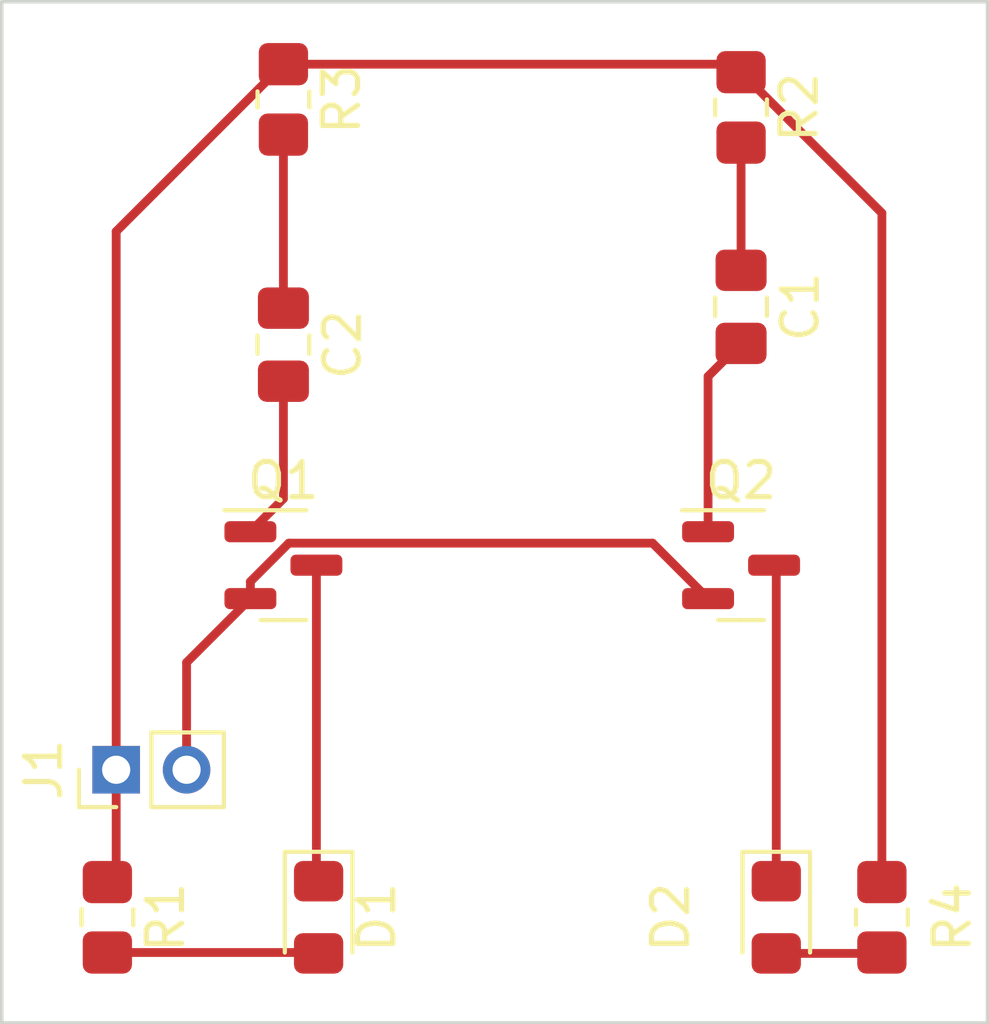
<source format=kicad_pcb>
(kicad_pcb (version 20211014) (generator pcbnew)
  (layers (0 "F.Cu" signal) (31 "B.Cu" signal) (34 "B.Paste" user) (35 "F.Paste" user) (36 "B.SilkS" user "B.Silkscreen") (37 "F.SilkS" user "F.Silkscreen") (38 "B.Mask" user) (39 "F.Mask" user) (44 "Edge.Cuts" user))
  (net 0 "")
  (net 1 "Net-(C1-Pad1)")
  (net 2 "Net-(Q2-Pad1)")
  (net 3 "Net-(C2-Pad1)")
  (net 4 "Net-(C2-Pad2)")
  (net 5 "Net-(Q1-Pad3)")
  (net 6 "Net-(R1-Pad2)")
  (net 7 "Net-(Q2-Pad3)")
  (net 8 "Net-(R4-Pad2)")
  (net 9 "Net-(Q1-Pad2)")
  (net 10 "Net-(R1-Pad1)")
  (footprint "LED_SMD:LED_0805_2012Metric_Pad1.15x1.40mm_HandSolder" (layer "F.Cu") (at 26 59 -90)
    (fp_text reference "D1" (at 0 -1.65 90) (layer "F.SilkS"))
    (fp_text value "LED")
    (fp_line (start 1 -0.96) (end -1.86 -0.96) (layer "F.SilkS") (width 0.12))
    (fp_line (start -1.86 -0.96) (end -1.86 0.96) (layer "F.SilkS") (width 0.12))
    (fp_line (start -1.86 0.96) (end 1 0.96) (layer "F.SilkS") (width 0.12))
    (pad "1" smd roundrect (at -1.025 0 270) (size 1.15 1.4) (layers "F.Cu" "F.Paste" "F.Mask") (roundrect_rratio 0.2173913043) (net 5 "Net-(Q1-Pad3)"))
    (pad "2" smd roundrect (at 1.025 0 270) (size 1.15 1.4) (layers "F.Cu" "F.Paste" "F.Mask") (roundrect_rratio 0.2173913043) (net 6 "Net-(R1-Pad2)"))
  )
  (footprint "Resistor_SMD:R_0805_2012Metric_Pad1.20x1.40mm_HandSolder" (layer "F.Cu") (at 25 35.772936 -90)
    (fp_text reference "R3" (at 0 -1.65 90) (layer "F.SilkS"))
    (fp_text value "47k")
    (fp_line (start -0.227064 0.735) (end 0.227064 0.735) (layer "F.SilkS") (width 0.12))
    (fp_line (start -0.227064 -0.735) (end 0.227064 -0.735) (layer "F.SilkS") (width 0.12))
    (pad "1" smd roundrect (at -1 0 270) (size 1.2 1.4) (layers "F.Cu" "F.Paste" "F.Mask") (roundrect_rratio 0.2083333333) (net 10 "Net-(R1-Pad1)"))
    (pad "2" smd roundrect (at 1 0 270) (size 1.2 1.4) (layers "F.Cu" "F.Paste" "F.Mask") (roundrect_rratio 0.2083333333) (net 3 "Net-(C2-Pad1)"))
  )
  (footprint "Package_TO_SOT_SMD:SOT-23" (layer "F.Cu") (at 38 49)
    (fp_text reference "Q2" (at 0 -2.4) (layer "F.SilkS"))
    (fp_text value "BC817")
    (fp_line (start 0 -1.56) (end -1.675 -1.56) (layer "F.SilkS") (width 0.12))
    (fp_line (start 0 1.56) (end -0.65 1.56) (layer "F.SilkS") (width 0.12))
    (fp_line (start 0 1.56) (end 0.65 1.56) (layer "F.SilkS") (width 0.12))
    (fp_line (start 0 -1.56) (end 0.65 -1.56) (layer "F.SilkS") (width 0.12))
    (pad "1" smd roundrect (at -0.9375 -0.95) (size 1.475 0.6) (layers "F.Cu" "F.Paste" "F.Mask") (net 2 "Net-(Q2-Pad1)"))
    (pad "2" smd roundrect (at -0.9375 0.95) (size 1.475 0.6) (layers "F.Cu" "F.Paste" "F.Mask") (net 9 "Net-(Q1-Pad2)"))
    (pad "3" smd roundrect (at 0.9375 0) (size 1.475 0.6) (layers "F.Cu" "F.Paste" "F.Mask") (net 7 "Net-(Q2-Pad3)"))
  )
  (footprint "Resistor_SMD:R_0805_2012Metric_Pad1.20x1.40mm_HandSolder" (layer "F.Cu") (at 38 36 -90)
    (fp_text reference "R2" (at 0 -1.65 90) (layer "F.SilkS"))
    (fp_text value "47k")
    (fp_line (start -0.227064 -0.735) (end 0.227064 -0.735) (layer "F.SilkS") (width 0.12))
    (fp_line (start -0.227064 0.735) (end 0.227064 0.735) (layer "F.SilkS") (width 0.12))
    (pad "1" smd roundrect (at -1 0 270) (size 1.2 1.4) (layers "F.Cu" "F.Paste" "F.Mask") (roundrect_rratio 0.2083333333) (net 10 "Net-(R1-Pad1)"))
    (pad "2" smd roundrect (at 1 0 270) (size 1.2 1.4) (layers "F.Cu" "F.Paste" "F.Mask") (roundrect_rratio 0.2083333333) (net 1 "Net-(C1-Pad1)"))
  )
  (footprint "LED_SMD:LED_0805_2012Metric_Pad1.15x1.40mm_HandSolder" (layer "F.Cu") (at 39 59 -90)
    (fp_text reference "D2" (at 0 3 90) (layer "F.SilkS"))
    (fp_text value "LED")
    (fp_line (start -1.86 -0.96) (end -1.86 0.96) (layer "F.SilkS") (width 0.12))
    (fp_line (start -1.86 0.96) (end 1 0.96) (layer "F.SilkS") (width 0.12))
    (fp_line (start 1 -0.96) (end -1.86 -0.96) (layer "F.SilkS") (width 0.12))
    (pad "1" smd roundrect (at -1.025 0 270) (size 1.15 1.4) (layers "F.Cu" "F.Paste" "F.Mask") (roundrect_rratio 0.2173913043) (net 7 "Net-(Q2-Pad3)"))
    (pad "2" smd roundrect (at 1.025 0 270) (size 1.15 1.4) (layers "F.Cu" "F.Paste" "F.Mask") (roundrect_rratio 0.2173913043) (net 8 "Net-(R4-Pad2)"))
  )
  (footprint "Connector_PinHeader_2.00mm:PinHeader_1x02_P2.00mm_Vertical" (layer "F.Cu") (at 20.25 54.81 90)
    (fp_text reference "J1" (at 0 -2.06 90) (layer "F.SilkS"))
    (fp_text value "Conn_01x02_Male")
    (fp_line (start -1.06 0) (end -1.06 -1.06) (layer "F.SilkS") (width 0.12))
    (fp_line (start -1.06 -1.06) (end 0 -1.06) (layer "F.SilkS") (width 0.12))
    (fp_line (start -1.06 1) (end 1.06 1) (layer "F.SilkS") (width 0.12))
    (fp_line (start -1.06 1) (end -1.06 3.06) (layer "F.SilkS") (width 0.12))
    (fp_line (start 1.06 1) (end 1.06 3.06) (layer "F.SilkS") (width 0.12))
    (fp_line (start -1.06 3.06) (end 1.06 3.06) (layer "F.SilkS") (width 0.12))
    (pad "1" thru_hole rect (at 0 0 90) (size 1.35 1.35) (drill 0.8) (layers *.Cu *.Mask) (net 10 "Net-(R1-Pad1)"))
    (pad "2" thru_hole oval (at 0 2 90) (size 1.35 1.35) (drill 0.8) (layers *.Cu *.Mask) (net 9 "Net-(Q1-Pad2)"))
  )
  (footprint "Capacitor_SMD:C_0805_2012Metric_Pad1.18x1.45mm_HandSolder" (layer "F.Cu") (at 38 41.663748 -90)
    (fp_text reference "C1" (at 0 -1.68 90) (layer "F.SilkS"))
    (fp_text value "10µF")
    (fp_line (start -0.261252 -0.735) (end 0.261252 -0.735) (layer "F.SilkS") (width 0.12))
    (fp_line (start -0.261252 0.735) (end 0.261252 0.735) (layer "F.SilkS") (width 0.12))
    (pad "1" smd roundrect (at -1.0375 0 270) (size 1.175 1.45) (layers "F.Cu" "F.Paste" "F.Mask") (roundrect_rratio 0.2127659574) (net 1 "Net-(C1-Pad1)"))
    (pad "2" smd roundrect (at 1.0375 0 270) (size 1.175 1.45) (layers "F.Cu" "F.Paste" "F.Mask") (roundrect_rratio 0.2127659574) (net 2 "Net-(Q2-Pad1)"))
  )
  (footprint "Package_TO_SOT_SMD:SOT-23" (layer "F.Cu") (at 25 49)
    (fp_text reference "Q1" (at 0 -2.4) (layer "F.SilkS"))
    (fp_text value "BC817")
    (fp_line (start 0 -1.56) (end -1.675 -1.56) (layer "F.SilkS") (width 0.12))
    (fp_line (start 0 -1.56) (end 0.65 -1.56) (layer "F.SilkS") (width 0.12))
    (fp_line (start 0 1.56) (end -0.65 1.56) (layer "F.SilkS") (width 0.12))
    (fp_line (start 0 1.56) (end 0.65 1.56) (layer "F.SilkS") (width 0.12))
    (pad "1" smd roundrect (at -0.9375 -0.95) (size 1.475 0.6) (layers "F.Cu" "F.Paste" "F.Mask") (net 4 "Net-(C2-Pad2)"))
    (pad "2" smd roundrect (at -0.9375 0.95) (size 1.475 0.6) (layers "F.Cu" "F.Paste" "F.Mask") (net 9 "Net-(Q1-Pad2)"))
    (pad "3" smd roundrect (at 0.9375 0) (size 1.475 0.6) (layers "F.Cu" "F.Paste" "F.Mask") (net 5 "Net-(Q1-Pad3)"))
  )
  (footprint "Resistor_SMD:R_0805_2012Metric_Pad1.20x1.40mm_HandSolder" (layer "F.Cu") (at 42 59 -90)
    (fp_text reference "R4" (at 0 -2 90) (layer "F.SilkS"))
    (fp_text value "470")
    (fp_line (start -0.227064 -0.735) (end 0.227064 -0.735) (layer "F.SilkS") (width 0.12))
    (fp_line (start -0.227064 0.735) (end 0.227064 0.735) (layer "F.SilkS") (width 0.12))
    (pad "1" smd roundrect (at -1 0 270) (size 1.2 1.4) (layers "F.Cu" "F.Paste" "F.Mask") (roundrect_rratio 0.2083333333) (net 10 "Net-(R1-Pad1)"))
    (pad "2" smd roundrect (at 1 0 270) (size 1.2 1.4) (layers "F.Cu" "F.Paste" "F.Mask") (roundrect_rratio 0.2083333333) (net 8 "Net-(R4-Pad2)"))
  )
  (footprint "Resistor_SMD:R_0805_2012Metric_Pad1.20x1.40mm_HandSolder" (layer "F.Cu") (at 20 59 -90)
    (fp_text reference "R1" (at 0 -1.65 90) (layer "F.SilkS"))
    (fp_text value "470")
    (fp_line (start -0.227064 0.735) (end 0.227064 0.735) (layer "F.SilkS") (width 0.12))
    (fp_line (start -0.227064 -0.735) (end 0.227064 -0.735) (layer "F.SilkS") (width 0.12))
    (pad "1" smd roundrect (at -1 0 270) (size 1.2 1.4) (layers "F.Cu" "F.Paste" "F.Mask") (roundrect_rratio 0.2083333333) (net 10 "Net-(R1-Pad1)"))
    (pad "2" smd roundrect (at 1 0 270) (size 1.2 1.4) (layers "F.Cu" "F.Paste" "F.Mask") (roundrect_rratio 0.2083333333) (net 6 "Net-(R1-Pad2)"))
  )
  (footprint "Capacitor_SMD:C_0805_2012Metric_Pad1.18x1.45mm_HandSolder" (layer "F.Cu") (at 25 42.738748 -90)
    (fp_text reference "C2" (at 0 -1.68 90) (layer "F.SilkS"))
    (fp_text value "10µF")
    (fp_line (start -0.261252 -0.735) (end 0.261252 -0.735) (layer "F.SilkS") (width 0.12))
    (fp_line (start -0.261252 0.735) (end 0.261252 0.735) (layer "F.SilkS") (width 0.12))
    (pad "1" smd roundrect (at -1.0375 0 270) (size 1.175 1.45) (layers "F.Cu" "F.Paste" "F.Mask") (roundrect_rratio 0.2127659574) (net 3 "Net-(C2-Pad1)"))
    (pad "2" smd roundrect (at 1.0375 0 270) (size 1.175 1.45) (layers "F.Cu" "F.Paste" "F.Mask") (roundrect_rratio 0.2127659574) (net 4 "Net-(C2-Pad2)"))
  )
  (gr_rect (start 45 62) (end 17 33) (layer "Edge.Cuts") (width 0.1) (fill none))
  (segment (start 38 37) (end 38 40.626248) (width 0.25) (layer "F.Cu") (net 1))
  (segment (start 37.0625 43.638748) (end 37.0625 48.05) (width 0.25) (layer "F.Cu") (net 2))
  (segment (start 38 42.701248) (end 37.0625 43.638748) (width 0.25) (layer "F.Cu") (net 2))
  (segment (start 25 36.772936) (end 25 41.701248) (width 0.25) (layer "F.Cu") (net 3))
  (segment (start 25 47.1125) (end 24.0625 48.05) (width 0.25) (layer "F.Cu") (net 4))
  (segment (start 25 43.776248) (end 25 47.1125) (width 0.25) (layer "F.Cu") (net 4))
  (segment (start 26 57.975) (end 25.9375 57.9125) (width 0.25) (layer "F.Cu") (net 5))
  (segment (start 25.9375 57.9125) (end 25.9375 49) (width 0.25) (layer "F.Cu") (net 5))
  (segment (start 25.975 60) (end 26 60.025) (width 0.25) (layer "F.Cu") (net 6))
  (segment (start 20 60) (end 25.975 60) (width 0.25) (layer "F.Cu") (net 6))
  (segment (start 39 57.975) (end 39 49) (width 0.25) (layer "F.Cu") (net 7))
  (segment (start 41.975 60.025) (end 42 60) (width 0.25) (layer "F.Cu") (net 8))
  (segment (start 39 60.025) (end 41.975 60.025) (width 0.25) (layer "F.Cu") (net 8))
  (segment (start 25.153249 48.375) (end 35.4875 48.375) (width 0.25) (layer "F.Cu") (net 9))
  (segment (start 22.25 54.81) (end 22.25 51.7625) (width 0.25) (layer "F.Cu") (net 9))
  (segment (start 22.25 51.7625) (end 24.0625 49.95) (width 0.25) (layer "F.Cu") (net 9))
  (segment (start 35.4875 48.375) (end 37.0625 49.95) (width 0.25) (layer "F.Cu") (net 9))
  (segment (start 24.0625 49.95) (end 24.0625 49.465749) (width 0.25) (layer "F.Cu") (net 9))
  (segment (start 24.0625 49.465749) (end 25.153249 48.375) (width 0.25) (layer "F.Cu") (net 9))
  (segment (start 42 58) (end 42 39) (width 0.25) (layer "F.Cu") (net 10))
  (segment (start 25 34.772936) (end 37.772936 34.772936) (width 0.25) (layer "F.Cu") (net 10))
  (segment (start 20.25 57.75) (end 20.25 54.81) (width 0.25) (layer "F.Cu") (net 10))
  (segment (start 20.25 39.522936) (end 25 34.772936) (width 0.25) (layer "F.Cu") (net 10))
  (segment (start 20 58) (end 20.25 57.75) (width 0.25) (layer "F.Cu") (net 10))
  (segment (start 42 39) (end 38 35) (width 0.25) (layer "F.Cu") (net 10))
  (segment (start 20.25 54.81) (end 20.25 39.522936) (width 0.25) (layer "F.Cu") (net 10))
  (segment (start 37.772936 34.772936) (end 38 35) (width 0.25) (layer "F.Cu") (net 10))
)
</source>
